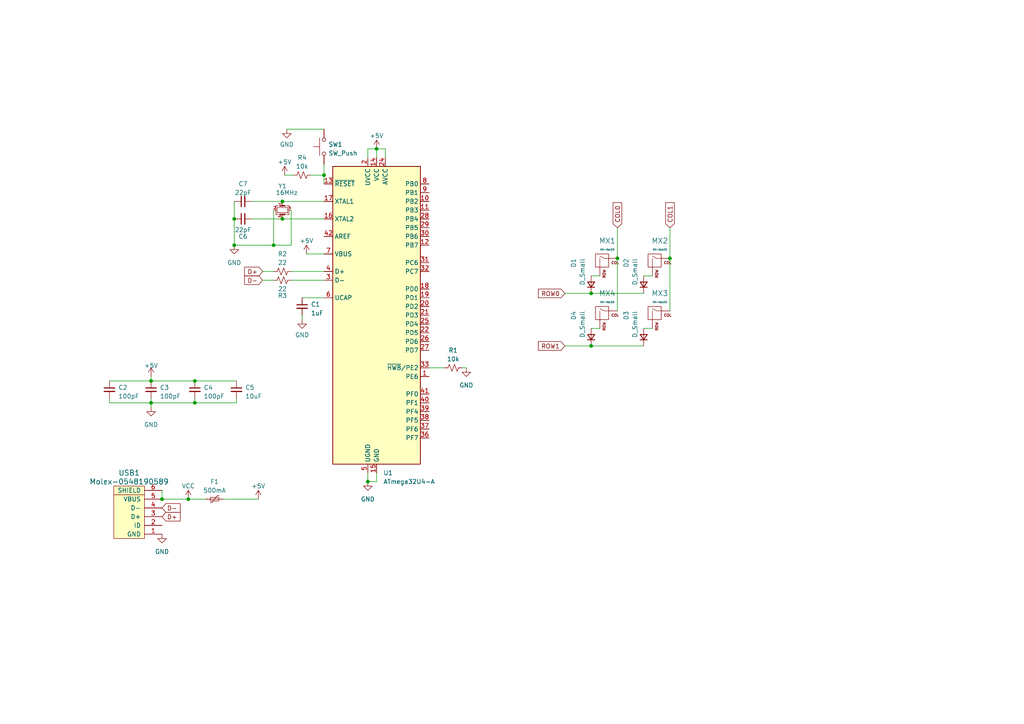
<source format=kicad_sch>
(kicad_sch (version 20230121) (generator eeschema)
  (paper "A4")
  (lib_symbols
    (symbol "Device:C_Small" (pin_numbers hide) (pin_names (offset 0.254) hide)
      (property "Reference" "C" (at 0.254 1.778 0))
      (property "Value" "C_Small" (at 0.254 -2.032 0))
      (symbol "C_Small_0_1"
        (polyline (pts (xy -1.524 -0.508) (xy 1.524 -0.508)) (stroke (width 0.3302)))
        (polyline (pts (xy -1.524 0.508) (xy 1.524 0.508)) (stroke (width 0.3048)))
      )
      (symbol "C_Small_1_1"
        (pin passive line (at 0 2.54 270) (length 2.032) (name "~") (number "1"))
        (pin passive line (at 0 -2.54 90) (length 2.032) (name "~") (number "2"))
      )
    )
    (symbol "Device:Crystal_GND24_Small" (pin_names (offset 1.016) hide)
      (property "Reference" "Y" (at 1.27 4.445 0))
      (property "Value" "Crystal_GND24_Small" (at 1.27 2.54 0))
      (symbol "Crystal_GND24_Small_0_1"
        (rectangle (start -0.762 -1.524) (end 0.762 1.524))
        (polyline (pts (xy -1.27 -0.762) (xy -1.27 0.762)) (stroke (width 0.381)))
        (polyline (pts (xy 1.27 -0.762) (xy 1.27 0.762)) (stroke (width 0.381)))
        (polyline (pts (xy -1.27 -1.27) (xy -1.27 -1.905) (xy 1.27 -1.905) (xy 1.27 -1.27)))
        (polyline (pts (xy -1.27 1.27) (xy -1.27 1.905) (xy 1.27 1.905) (xy 1.27 1.27)))
      )
      (symbol "Crystal_GND24_Small_1_1"
        (pin passive line (at -2.54 0 0) (length 1.27) (name "1") (number "1"))
        (pin passive line (at 0 -2.54 90) (length 0.635) (name "2") (number "2"))
        (pin passive line (at 2.54 0 180) (length 1.27) (name "3") (number "3"))
        (pin passive line (at 0 2.54 270) (length 0.635) (name "4") (number "4"))
      )
    )
    (symbol "Device:D_Small" (pin_numbers hide) (pin_names (offset 0.254) hide)
      (property "Reference" "D" (at -1.27 2.032 0))
      (property "Value" "D_Small" (at -3.81 -2.032 0))
      (symbol "D_Small_0_1"
        (polyline (pts (xy -0.762 -1.016) (xy -0.762 1.016)) (stroke (width 0.254)))
        (polyline (pts (xy -0.762 0) (xy 0.762 0)))
        (polyline (pts (xy 0.762 -1.016) (xy -0.762 0) (xy 0.762 1.016) (xy 0.762 -1.016)) (stroke (width 0.254)))
      )
      (symbol "D_Small_1_1"
        (pin passive line (at -2.54 0 0) (length 1.778) (name "K") (number "1"))
        (pin passive line (at 2.54 0 180) (length 1.778) (name "A") (number "2"))
      )
    )
    (symbol "Device:Polyfuse_Small" (pin_numbers hide) (pin_names (offset 0))
      (property "Reference" "F" (at -1.905 0 90))
      (property "Value" "Polyfuse_Small" (at 1.905 0 90))
      (symbol "Polyfuse_Small_0_1"
        (rectangle (start -0.508 1.27) (end 0.508 -1.27))
        (polyline (pts (xy 0 2.54) (xy 0 -2.54)))
        (polyline (pts (xy -1.016 1.27) (xy -1.016 0.762) (xy 1.016 -0.762) (xy 1.016 -1.27)))
      )
      (symbol "Polyfuse_Small_1_1"
        (pin passive line (at 0 2.54 270) (length 0.635) (name "~") (number "1"))
        (pin passive line (at 0 -2.54 90) (length 0.635) (name "~") (number "2"))
      )
    )
    (symbol "Device:R_Small_US" (pin_numbers hide) (pin_names (offset 0.254) hide)
      (property "Reference" "R" (at 0.762 0.508 0))
      (property "Value" "R_Small_US" (at 0.762 -1.016 0))
      (symbol "R_Small_US_1_1"
        (polyline (pts (xy 0 0) (xy 1.016 -0.381) (xy 0 -0.762) (xy -1.016 -1.143) (xy 0 -1.524)))
        (polyline (pts (xy 0 1.524) (xy 1.016 1.143) (xy 0 0.762) (xy -1.016 0.381) (xy 0 0)))
        (pin passive line (at 0 2.54 270) (length 1.016) (name "~") (number "1"))
        (pin passive line (at 0 -2.54 90) (length 1.016) (name "~") (number "2"))
      )
    )
    (symbol "MCU_Microchip_ATmega:ATmega32U4-A"
      (property "Reference" "U" (at -12.7 44.45 0))
      (property "Value" "ATmega32U4-A" (at 2.54 -44.45 0))
      (symbol "ATmega32U4-A_0_1"
        (rectangle (start -12.7 -43.18) (end 12.7 43.18) (stroke (width 0.254)) (fill (type background)))
      )
      (symbol "ATmega32U4-A_1_1"
        (pin bidirectional line (at 15.24 -17.78 180) (length 2.54) (name "PE6") (number "1"))
        (pin bidirectional line (at 15.24 33.02 180) (length 2.54) (name "PB2") (number "10"))
        (pin bidirectional line (at 15.24 30.48 180) (length 2.54) (name "PB3") (number "11"))
        (pin bidirectional line (at 15.24 20.32 180) (length 2.54) (name "PB7") (number "12"))
        (pin input line (at -15.24 38.1 0) (length 2.54) (name "~{RESET}") (number "13"))
        (pin power_in line (at 0 45.72 270) (length 2.54) (name "VCC") (number "14"))
        (pin power_in line (at 0 -45.72 90) (length 2.54) (name "GND") (number "15"))
        (pin output line (at -15.24 27.94 0) (length 2.54) (name "XTAL2") (number "16"))
        (pin input line (at -15.24 33.02 0) (length 2.54) (name "XTAL1") (number "17"))
        (pin bidirectional line (at 15.24 7.62 180) (length 2.54) (name "PD0") (number "18"))
        (pin bidirectional line (at 15.24 5.08 180) (length 2.54) (name "PD1") (number "19"))
        (pin power_in line (at -2.54 45.72 270) (length 2.54) (name "UVCC") (number "2"))
        (pin bidirectional line (at 15.24 2.54 180) (length 2.54) (name "PD2") (number "20"))
        (pin bidirectional line (at 15.24 0 180) (length 2.54) (name "PD3") (number "21"))
        (pin bidirectional line (at 15.24 -5.08 180) (length 2.54) (name "PD5") (number "22"))
        (pin passive line (at 0 -45.72 90) (length 2.54) hide (name "GND") (number "23"))
        (pin power_in line (at 2.54 45.72 270) (length 2.54) (name "AVCC") (number "24"))
        (pin bidirectional line (at 15.24 -2.54 180) (length 2.54) (name "PD4") (number "25"))
        (pin bidirectional line (at 15.24 -7.62 180) (length 2.54) (name "PD6") (number "26"))
        (pin bidirectional line (at 15.24 -10.16 180) (length 2.54) (name "PD7") (number "27"))
        (pin bidirectional line (at 15.24 27.94 180) (length 2.54) (name "PB4") (number "28"))
        (pin bidirectional line (at 15.24 25.4 180) (length 2.54) (name "PB5") (number "29"))
        (pin bidirectional line (at -15.24 10.16 0) (length 2.54) (name "D-") (number "3"))
        (pin bidirectional line (at 15.24 22.86 180) (length 2.54) (name "PB6") (number "30"))
        (pin bidirectional line (at 15.24 15.24 180) (length 2.54) (name "PC6") (number "31"))
        (pin bidirectional line (at 15.24 12.7 180) (length 2.54) (name "PC7") (number "32"))
        (pin bidirectional line (at 15.24 -15.24 180) (length 2.54) (name "~{HWB}/PE2") (number "33"))
        (pin passive line (at 0 45.72 270) (length 2.54) hide (name "VCC") (number "34"))
        (pin passive line (at 0 -45.72 90) (length 2.54) hide (name "GND") (number "35"))
        (pin bidirectional line (at 15.24 -35.56 180) (length 2.54) (name "PF7") (number "36"))
        (pin bidirectional line (at 15.24 -33.02 180) (length 2.54) (name "PF6") (number "37"))
        (pin bidirectional line (at 15.24 -30.48 180) (length 2.54) (name "PF5") (number "38"))
        (pin bidirectional line (at 15.24 -27.94 180) (length 2.54) (name "PF4") (number "39"))
        (pin bidirectional line (at -15.24 12.7 0) (length 2.54) (name "D+") (number "4"))
        (pin bidirectional line (at 15.24 -25.4 180) (length 2.54) (name "PF1") (number "40"))
        (pin bidirectional line (at 15.24 -22.86 180) (length 2.54) (name "PF0") (number "41"))
        (pin passive line (at -15.24 22.86 0) (length 2.54) (name "AREF") (number "42"))
        (pin passive line (at 0 -45.72 90) (length 2.54) hide (name "GND") (number "43"))
        (pin passive line (at 2.54 45.72 270) (length 2.54) hide (name "AVCC") (number "44"))
        (pin passive line (at -2.54 -45.72 90) (length 2.54) (name "UGND") (number "5"))
        (pin passive line (at -15.24 5.08 0) (length 2.54) (name "UCAP") (number "6"))
        (pin input line (at -15.24 17.78 0) (length 2.54) (name "VBUS") (number "7"))
        (pin bidirectional line (at 15.24 38.1 180) (length 2.54) (name "PB0") (number "8"))
        (pin bidirectional line (at 15.24 35.56 180) (length 2.54) (name "PB1") (number "9"))
      )
    )
    (symbol "MX_Alps_Hybrid:MX-NoLED" (pin_names (offset 1.016))
      (property "Reference" "MX" (at -0.635 3.81 0))
      (property "Value" "MX-NoLED" (at -0.635 1.27 0))
      (symbol "MX-NoLED_0_0"
        (rectangle (start -2.54 2.54) (end 1.27 -1.27))
        (polyline (pts (xy -1.27 -1.27) (xy -1.27 1.27)) (stroke (width 0.127)))
        (polyline (pts (xy 1.27 1.27) (xy 0 1.27) (xy -1.27 1.905)) (stroke (width 0.127)))
        (text "COL" (at 3.175 0 0) (effects (font (size 0.762 0.762))))
        (text "ROW" (at 0 -1.905 900) (effects (font (size 0.762 0.762)) (justify right)))
      )
      (symbol "MX-NoLED_1_1"
        (pin passive line (at 3.81 1.27 180) (length 2.54) (name "COL") (number "1"))
        (pin passive line (at -1.27 -3.81 90) (length 2.54) (name "ROW") (number "2"))
      )
    )
    (symbol "Switch:SW_Push" (pin_numbers hide) (pin_names (offset 1.016) hide)
      (property "Reference" "SW" (at 1.27 2.54 0))
      (property "Value" "SW_Push" (at 0 -1.524 0))
      (symbol "SW_Push_0_1"
        (circle (center -2.032 0) (radius 0.508))
        (polyline (pts (xy 0 1.27) (xy 0 3.048)))
        (polyline (pts (xy 2.54 1.27) (xy -2.54 1.27)))
        (circle (center 2.032 0) (radius 0.508))
        (pin passive line (at -5.08 0 0) (length 2.54) (name "1") (number "1"))
        (pin passive line (at 5.08 0 180) (length 2.54) (name "2") (number "2"))
      )
    )
    (symbol "power:+5V" (power) (pin_names (offset 0))
      (property "Value" "+5V" (at 0 3.556 0))
      (symbol "+5V_0_1"
        (polyline (pts (xy -0.762 1.27) (xy 0 2.54)))
        (polyline (pts (xy 0 0) (xy 0 2.54)))
        (polyline (pts (xy 0 2.54) (xy 0.762 1.27)))
      )
      (symbol "+5V_1_1"
        (pin power_in line (at 0 0 90) (length 0) hide (name "+5V") (number "1"))
      )
    )
    (symbol "power:GND" (power) (pin_names (offset 0))
      (property "Value" "GND" (at 0 -3.81 0))
      (symbol "GND_0_1"
        (polyline (pts (xy 0 0) (xy 0 -1.27) (xy 1.27 -1.27) (xy 0 -2.54) (xy -1.27 -1.27) (xy 0 -1.27)))
      )
      (symbol "GND_1_1"
        (pin power_in line (at 0 0 270) (length 0) hide (name "GND") (number "1"))
      )
    )
    (symbol "power:VCC" (power) (pin_names (offset 0))
      (property "Value" "VCC" (at 0 3.81 0))
      (symbol "VCC_0_1"
        (polyline (pts (xy -0.762 1.27) (xy 0 2.54)))
        (polyline (pts (xy 0 0) (xy 0 2.54)))
        (polyline (pts (xy 0 2.54) (xy 0.762 1.27)))
      )
      (symbol "VCC_1_1"
        (pin power_in line (at 0 0 90) (length 0) hide (name "VCC") (number "1"))
      )
    )
    (symbol "random-keyboard-parts:Molex-0548190589" (pin_names (offset 1.016))
      (property "Reference" "USB" (at 0 7.62 0))
      (property "Value" "Molex-0548190589" (at 0 10.16 0))
      (symbol "Molex-0548190589_0_0"
        (polyline (pts (xy 6.35 -2.54) (xy 6.35 6.35)))
        (rectangle (start 8.89 -2.54) (end -6.35 6.35) (fill (type background)))
      )
      (symbol "Molex-0548190589_1_1"
        (pin input line (at -5.08 -7.62 90) (length 5.08) (name "GND") (number "1"))
        (pin input line (at -2.54 -7.62 90) (length 5.08) (name "ID") (number "2"))
        (pin input line (at 0 -7.62 90) (length 5.08) (name "D+") (number "3"))
        (pin input line (at 2.54 -7.62 90) (length 5.08) (name "D-") (number "4"))
        (pin input line (at 5.08 -7.62 90) (length 5.08) (name "VBUS") (number "5"))
        (pin input line (at 7.62 -7.62 90) (length 5.08) (name "SHIELD") (number "6"))
      )
    )
  )
  (junction (at 179.07 74.93))
  (junction (at 106.68 139.7))
  (junction (at 43.815 110.49))
  (junction (at 54.61 144.78))
  (junction (at 67.945 63.5))
  (junction (at 56.515 110.49))
  (junction (at 81.915 58.42))
  (junction (at 79.375 71.12))
  (junction (at 194.31 74.93))
  (junction (at 93.98 50.8))
  (junction (at 109.22 43.18))
  (junction (at 171.45 85.09))
  (junction (at 67.945 71.12))
  (junction (at 81.915 63.5))
  (junction (at 43.815 116.84))
  (junction (at 46.99 144.78))
  (junction (at 171.45 100.33))
  (junction (at 56.515 116.84))
  (wire (pts (xy 83.185 37.465) (xy 93.98 37.465)))
  (wire (pts (xy 179.07 74.93) (xy 179.07 90.17)))
  (wire (pts (xy 163.83 100.33) (xy 171.45 100.33)))
  (wire (pts (xy 84.455 71.12) (xy 79.375 71.12)))
  (wire (pts (xy 171.45 85.09) (xy 186.69 85.09)))
  (wire (pts (xy 194.31 66.04) (xy 194.31 74.93)))
  (wire (pts (xy 109.22 43.18) (xy 109.22 45.72)))
  (wire (pts (xy 54.61 144.78) (xy 59.69 144.78)))
  (wire (pts (xy 111.76 45.72) (xy 111.76 43.18)))
  (wire (pts (xy 31.75 110.49) (xy 43.815 110.49)))
  (wire (pts (xy 67.945 58.42) (xy 67.945 63.5)))
  (wire (pts (xy 109.22 139.7) (xy 106.68 139.7)))
  (wire (pts (xy 84.455 78.74) (xy 93.98 78.74)))
  (wire (pts (xy 56.515 115.57) (xy 56.515 116.84)))
  (wire (pts (xy 43.815 118.11) (xy 43.815 116.84)))
  (wire (pts (xy 79.375 60.96) (xy 79.375 71.12)))
  (wire (pts (xy 84.455 60.96) (xy 84.455 71.12)))
  (wire (pts (xy 133.985 106.68) (xy 135.255 106.68)))
  (wire (pts (xy 68.58 115.57) (xy 68.58 116.84)))
  (wire (pts (xy 43.815 109.22) (xy 43.815 110.49)))
  (wire (pts (xy 194.31 74.93) (xy 194.31 90.17)))
  (wire (pts (xy 106.68 45.72) (xy 106.68 43.18)))
  (wire (pts (xy 46.99 142.24) (xy 46.99 144.78)))
  (wire (pts (xy 186.69 95.25) (xy 189.23 95.25)))
  (wire (pts (xy 109.22 137.16) (xy 109.22 139.7)))
  (wire (pts (xy 81.915 58.42) (xy 93.98 58.42)))
  (wire (pts (xy 87.63 86.36) (xy 93.98 86.36)))
  (wire (pts (xy 93.98 47.625) (xy 93.98 50.8)))
  (wire (pts (xy 46.99 144.78) (xy 54.61 144.78)))
  (wire (pts (xy 171.45 95.25) (xy 173.99 95.25)))
  (wire (pts (xy 87.63 91.44) (xy 87.63 92.71)))
  (wire (pts (xy 73.025 58.42) (xy 81.915 58.42)))
  (wire (pts (xy 81.915 63.5) (xy 93.98 63.5)))
  (wire (pts (xy 82.55 50.8) (xy 85.09 50.8)))
  (wire (pts (xy 43.815 116.84) (xy 56.515 116.84)))
  (wire (pts (xy 124.46 106.68) (xy 128.905 106.68)))
  (wire (pts (xy 76.2 81.28) (xy 79.375 81.28)))
  (wire (pts (xy 106.68 43.18) (xy 109.22 43.18)))
  (wire (pts (xy 67.945 63.5) (xy 67.945 71.12)))
  (wire (pts (xy 73.025 63.5) (xy 81.915 63.5)))
  (wire (pts (xy 64.77 144.78) (xy 74.93 144.78)))
  (wire (pts (xy 67.945 71.12) (xy 79.375 71.12)))
  (wire (pts (xy 84.455 81.28) (xy 93.98 81.28)))
  (wire (pts (xy 90.17 50.8) (xy 93.98 50.8)))
  (wire (pts (xy 171.45 100.33) (xy 186.69 100.33)))
  (wire (pts (xy 111.76 43.18) (xy 109.22 43.18)))
  (wire (pts (xy 76.2 78.74) (xy 79.375 78.74)))
  (wire (pts (xy 163.83 85.09) (xy 171.45 85.09)))
  (wire (pts (xy 31.75 116.84) (xy 43.815 116.84)))
  (wire (pts (xy 43.815 110.49) (xy 56.515 110.49)))
  (wire (pts (xy 43.815 115.57) (xy 43.815 116.84)))
  (wire (pts (xy 179.07 66.04) (xy 179.07 74.93)))
  (wire (pts (xy 88.9 73.66) (xy 93.98 73.66)))
  (wire (pts (xy 68.58 116.84) (xy 56.515 116.84)))
  (wire (pts (xy 186.69 80.01) (xy 189.23 80.01)))
  (wire (pts (xy 106.68 137.16) (xy 106.68 139.7)))
  (wire (pts (xy 56.515 110.49) (xy 68.58 110.49)))
  (wire (pts (xy 93.98 50.8) (xy 93.98 53.34)))
  (wire (pts (xy 171.45 80.01) (xy 173.99 80.01)))
  (wire (pts (xy 31.75 115.57) (xy 31.75 116.84)))
  (global_label "COL0" (shape input) (at 179.07 66.04 90) (property "Intersheetrefs" "${INTERSHEET_REFS}" (effects hide)))
  (global_label "ROW0" (shape input) (at 163.83 85.09 180) (property "Intersheetrefs" "${INTERSHEET_REFS}" (effects hide)))
  (global_label "COL1" (shape input) (at 194.31 66.04 90) (property "Intersheetrefs" "${INTERSHEET_REFS}" (effects hide)))
  (global_label "D-" (shape input) (at 46.99 147.32 0) (property "Intersheetrefs" "${INTERSHEET_REFS}" (effects hide)))
  (global_label "ROW1" (shape input) (at 163.83 100.33 180) (property "Intersheetrefs" "${INTERSHEET_REFS}" (effects hide)))
  (global_label "D-" (shape input) (at 76.2 81.28 180) (property "Intersheetrefs" "${INTERSHEET_REFS}" (effects hide)))
  (global_label "D+" (shape input) (at 76.2 78.74 180) (property "Intersheetrefs" "${INTERSHEET_REFS}" (effects hide)))
  (global_label "D+" (shape input) (at 46.99 149.86 0) (property "Intersheetrefs" "${INTERSHEET_REFS}" (effects hide)))
  (symbol (lib_id "power:+5V") (at 74.93 144.78 0) (unit 1)
    (property "Reference" "#PWR012" (effects hide))
    (property "Value" "+5V" (at 74.93 140.97 0))
  )
  (symbol (lib_id "power:GND") (at 106.68 139.7 0) (unit 1)
    (property "Reference" "#PWR02" (effects hide))
    (property "Value" "GND" (at 106.68 144.78 0))
  )
  (symbol (lib_id "power:GND") (at 43.815 118.11 0) (unit 1)
    (property "Reference" "#PWR05" (effects hide))
    (property "Value" "GND" (at 43.815 123.19 0))
  )
  (symbol (lib_id "Device:C_Small") (at 70.485 63.5 90) (unit 1)
    (property "Reference" "C6" (at 70.485 68.58 90))
    (property "Value" "22pF" (at 70.485 66.675 90))
    (property "Footprint" "Capacitor_SMD:C_0805_2012Metric" (effects hide))
  )
  (symbol (lib_id "MCU_Microchip_ATmega:ATmega32U4-A") (at 109.22 91.44 0) (unit 1)
    (property "Reference" "U1" (at 111.1759 137.16 0) (effects (justify left)))
    (property "Value" "ATmega32U4-A" (at 111.1759 139.7 0) (effects (justify left)))
    (property "Footprint" "Package_QFP:TQFP-44_10x10mm_P0.8mm" (effects hide))
    (property "Datasheet" "http://ww1.microchip.com/downloads/en/DeviceDoc/Atmel-7766-8-bit-AVR-ATmega16U4-32U4_Datasheet.pdf" (effects hide))
  )
  (symbol (lib_id "power:VCC") (at 54.61 144.78 0) (unit 1)
    (property "Reference" "#PWR013" (effects hide))
    (property "Value" "VCC" (at 54.61 140.97 0))
  )
  (symbol (lib_id "Device:C_Small") (at 70.485 58.42 90) (unit 1)
    (property "Reference" "C7" (at 70.4913 53.34 90))
    (property "Value" "22pF" (at 70.4913 55.88 90))
    (property "Footprint" "Capacitor_SMD:C_0805_2012Metric" (effects hide))
  )
  (symbol (lib_id "Switch:SW_Push") (at 93.98 42.545 90) (unit 1)
    (property "Reference" "SW1" (at 95.25 41.91 90) (effects (justify right)))
    (property "Value" "SW_Push" (at 95.25 44.45 90) (effects (justify right)))
    (property "Footprint" "random-keyboard-parts:SKQG-1155865" (effects hide))
  )
  (symbol (lib_id "power:GND") (at 46.99 154.94 0) (unit 1)
    (property "Reference" "#PWR011" (effects hide))
    (property "Value" "GND" (at 46.99 160.02 0))
  )
  (symbol (lib_id "power:+5V") (at 109.22 43.18 0) (unit 1)
    (property "Reference" "#PWR01" (effects hide))
    (property "Value" "+5V" (at 109.22 39.37 0))
  )
  (symbol (lib_id "power:GND") (at 67.945 71.12 0) (unit 1)
    (property "Reference" "#PWR08" (effects hide))
    (property "Value" "GND" (at 67.945 76.2 0))
  )
  (symbol (lib_id "MX_Alps_Hybrid:MX-NoLED") (at 190.5 76.2 0) (unit 1)
    (property "Reference" "MX2" (at 191.3832 69.85 0) (effects (font (size 1.524 1.524))))
    (property "Value" "MX-NoLED" (at 191.3832 72.39 0) (effects (font (size 0.508 0.508))))
    (property "Footprint" "MX_Alps_Hybrid:MX-1U-NoLED" (effects hide))
  )
  (symbol (lib_id "Device:Polyfuse_Small") (at 62.23 144.78 270) (unit 1)
    (property "Reference" "F1" (at 62.23 139.7 90))
    (property "Value" "500mA" (at 62.23 142.24 90))
    (property "Footprint" "Fuse:Fuse_1206_3216Metric" (effects hide))
  )
  (symbol (lib_id "power:GND") (at 83.185 37.465 0) (unit 1)
    (property "Reference" "#PWR09" (effects hide))
    (property "Value" "GND" (at 83.185 41.91 0))
  )
  (symbol (lib_id "power:GND") (at 87.63 92.71 0) (unit 1)
    (property "Reference" "#PWR04" (effects hide))
    (property "Value" "GND" (at 87.63 97.155 0))
  )
  (symbol (lib_id "random-keyboard-parts:Molex-0548190589") (at 39.37 149.86 90) (unit 1)
    (property "Reference" "USB1" (at 37.465 137.16 90) (effects (font (size 1.524 1.524))))
    (property "Value" "Molex-0548190589" (at 37.465 139.7 90) (effects (font (size 1.524 1.524))))
    (property "Footprint" "random-keyboard-parts:Molex-0548190589" (effects hide))
  )
  (symbol (lib_id "power:GND") (at 135.255 106.68 0) (unit 1)
    (property "Reference" "#PWR03" (effects hide))
    (property "Value" "GND" (at 135.255 111.76 0))
  )
  (symbol (lib_id "Device:D_Small") (at 171.45 97.79 90) (unit 1)
    (property "Reference" "D4" (at 166.37 90.17 0) (effects (justify right)))
    (property "Value" "D_Small" (at 168.91 90.17 0) (effects (justify right)))
    (property "Footprint" "Diode_SMD:D_SOD-123" (effects hide))
    (property "Sim.Device" "D" (effects hide))
    (property "Sim.Pins" "1=K 2=A" (effects hide))
  )
  (symbol (lib_id "power:+5V") (at 88.9 73.66 0) (unit 1)
    (property "Reference" "#PWR07" (effects hide))
    (property "Value" "+5V" (at 88.9 69.85 0))
  )
  (symbol (lib_id "Device:R_Small_US") (at 81.915 81.28 270) (unit 1)
    (property "Reference" "R3" (at 81.915 85.725 90))
    (property "Value" "22" (at 81.915 83.82 90))
    (property "Footprint" "Resistor_SMD:R_0805_2012Metric" (effects hide))
  )
  (symbol (lib_id "Device:C_Small") (at 87.63 88.9 0) (unit 1)
    (property "Reference" "C1" (at 90.17 88.2713 0) (effects (justify left)))
    (property "Value" "1uF" (at 90.17 90.8113 0) (effects (justify left)))
    (property "Footprint" "Capacitor_SMD:C_0805_2012Metric" (effects hide))
  )
  (symbol (lib_id "power:+5V") (at 43.815 109.22 0) (unit 1)
    (property "Reference" "#PWR06" (effects hide))
    (property "Value" "+5V" (at 43.815 106.045 0))
  )
  (symbol (lib_id "Device:C_Small") (at 68.58 113.03 0) (unit 1)
    (property "Reference" "C5" (at 71.12 112.4013 0) (effects (justify left)))
    (property "Value" "10uF" (at 71.12 114.9413 0) (effects (justify left)))
    (property "Footprint" "Capacitor_SMD:C_0805_2012Metric" (effects hide))
  )
  (symbol (lib_id "MX_Alps_Hybrid:MX-NoLED") (at 175.26 91.44 0) (unit 1)
    (property "Reference" "MX4" (at 176.1432 85.09 0) (effects (font (size 1.524 1.524))))
    (property "Value" "MX-NoLED" (at 176.1432 87.63 0) (effects (font (size 0.508 0.508))))
    (property "Footprint" "MX_Alps_Hybrid:MX-1U-NoLED" (effects hide))
  )
  (symbol (lib_id "Device:R_Small_US") (at 131.445 106.68 270) (unit 1)
    (property "Reference" "R1" (at 131.445 101.6 90))
    (property "Value" "10k" (at 131.445 104.14 90))
    (property "Footprint" "Resistor_SMD:R_0805_2012Metric" (effects hide))
  )
  (symbol (lib_id "MX_Alps_Hybrid:MX-NoLED") (at 175.26 76.2 0) (unit 1)
    (property "Reference" "MX1" (at 176.1432 69.85 0) (effects (font (size 1.524 1.524))))
    (property "Value" "MX-NoLED" (at 176.1432 72.39 0) (effects (font (size 0.508 0.508))))
    (property "Footprint" "MX_Alps_Hybrid:MX-1U-NoLED" (effects hide))
  )
  (symbol (lib_id "Device:R_Small_US") (at 81.915 78.74 90) (unit 1)
    (property "Reference" "R2" (at 81.915 73.66 90))
    (property "Value" "22" (at 81.915 76.2 90))
    (property "Footprint" "Resistor_SMD:R_0805_2012Metric" (effects hide))
  )
  (symbol (lib_id "Device:D_Small") (at 171.45 82.55 90) (unit 1)
    (property "Reference" "D1" (at 166.37 74.93 0) (effects (justify right)))
    (property "Value" "D_Small" (at 168.91 74.93 0) (effects (justify right)))
    (property "Footprint" "Diode_SMD:D_SOD-123" (effects hide))
    (property "Sim.Device" "D" (effects hide))
    (property "Sim.Pins" "1=K 2=A" (effects hide))
  )
  (symbol (lib_id "power:+5V") (at 82.55 50.8 0) (unit 1)
    (property "Reference" "#PWR010" (effects hide))
    (property "Value" "+5V" (at 82.55 46.99 0))
  )
  (symbol (lib_id "Device:Crystal_GND24_Small") (at 81.915 60.96 270) (unit 1)
    (property "Reference" "Y1" (at 81.915 53.975 90))
    (property "Value" "16MHz" (at 83.185 55.88 90))
    (property "Footprint" "Crystal:Crystal_SMD_3225-4Pin_3.2x2.5mm" (effects hide))
  )
  (symbol (lib_id "Device:R_Small_US") (at 87.63 50.8 90) (unit 1)
    (property "Reference" "R4" (at 87.63 45.72 90))
    (property "Value" "10k" (at 87.63 48.26 90))
    (property "Footprint" "Resistor_SMD:R_0805_2012Metric" (effects hide))
  )
  (symbol (lib_id "MX_Alps_Hybrid:MX-NoLED") (at 190.5 91.44 0) (unit 1)
    (property "Reference" "MX3" (at 191.3832 85.09 0) (effects (font (size 1.524 1.524))))
    (property "Value" "MX-NoLED" (at 191.3832 87.63 0) (effects (font (size 0.508 0.508))))
    (property "Footprint" "MX_Alps_Hybrid:MX-1U-NoLED" (effects hide))
  )
  (symbol (lib_id "Device:C_Small") (at 43.815 113.03 0) (unit 1)
    (property "Reference" "C3" (at 46.355 112.4013 0) (effects (justify left)))
    (property "Value" "100pF" (at 46.355 114.9413 0) (effects (justify left)))
    (property "Footprint" "Capacitor_SMD:C_0805_2012Metric" (effects hide))
  )
  (symbol (lib_id "Device:D_Small") (at 186.69 97.79 90) (unit 1)
    (property "Reference" "D3" (at 181.61 90.17 0) (effects (justify right)))
    (property "Value" "D_Small" (at 184.15 90.17 0) (effects (justify right)))
    (property "Footprint" "Diode_SMD:D_SOD-123" (effects hide))
    (property "Sim.Device" "D" (effects hide))
    (property "Sim.Pins" "1=K 2=A" (effects hide))
  )
  (symbol (lib_id "Device:C_Small") (at 56.515 113.03 0) (unit 1)
    (property "Reference" "C4" (at 59.055 112.4013 0) (effects (justify left)))
    (property "Value" "100pF" (at 59.055 114.9413 0) (effects (justify left)))
    (property "Footprint" "Capacitor_SMD:C_0805_2012Metric" (effects hide))
  )
  (symbol (lib_id "Device:C_Small") (at 31.75 113.03 0) (unit 1)
    (property "Reference" "C2" (at 34.29 112.4013 0) (effects (justify left)))
    (property "Value" "100pF" (at 34.29 114.9413 0) (effects (justify left)))
    (property "Footprint" "Capacitor_SMD:C_0805_2012Metric" (effects hide))
  )
  (symbol (lib_id "Device:D_Small") (at 186.69 82.55 90) (unit 1)
    (property "Reference" "D2" (at 181.61 74.93 0) (effects (justify right)))
    (property "Value" "D_Small" (at 184.15 74.93 0) (effects (justify right)))
    (property "Footprint" "Diode_SMD:D_SOD-123" (effects hide))
    (property "Sim.Device" "D" (effects hide))
    (property "Sim.Pins" "1=K 2=A" (effects hide))
  )
)
</source>
